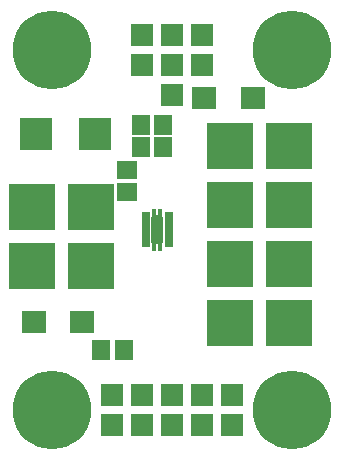
<source format=gbr>
G75*
G70*
%OFA0B0*%
%FSLAX24Y24*%
%IPPOS*%
%LPD*%
%AMOC8*
5,1,8,0,0,1.08239X$1,22.5*
%
%ADD10R,0.0277X0.0190*%
%ADD11R,0.0434X0.0867*%
%ADD12R,0.0178X0.0356*%
%ADD13C,0.0437*%
%ADD14R,0.1580X0.1580*%
%ADD15R,0.0592X0.0671*%
%ADD16R,0.1084X0.1064*%
%ADD17R,0.0671X0.0592*%
%ADD18R,0.0730X0.0730*%
%ADD19C,0.2620*%
%ADD20R,0.0789X0.0749*%
D10*
X005536Y007668D03*
X005536Y007865D03*
X005536Y008062D03*
X005536Y008258D03*
X005536Y008455D03*
X005536Y008652D03*
X006284Y008652D03*
X006284Y008455D03*
X006284Y008258D03*
X006284Y008062D03*
X006284Y007865D03*
X006284Y007668D03*
D11*
X005910Y008160D03*
D12*
X005812Y007629D03*
X006008Y007629D03*
X006008Y008691D03*
X005812Y008691D03*
D13*
X005910Y008436D03*
X005910Y008160D03*
X005910Y007884D03*
D14*
X003691Y006952D03*
X003691Y008921D03*
X001723Y008921D03*
X001723Y006952D03*
X008324Y007015D03*
X008324Y005047D03*
X010292Y005047D03*
X010292Y007015D03*
X010292Y008984D03*
X010292Y010952D03*
X008324Y010952D03*
X008324Y008984D03*
D15*
X006097Y010910D03*
X006097Y011660D03*
X005348Y011660D03*
X005348Y010910D03*
X004784Y004160D03*
X004036Y004160D03*
D16*
X003842Y011348D03*
X001853Y011348D03*
D17*
X004910Y010159D03*
X004910Y009411D03*
D18*
X006410Y012660D03*
X006410Y013660D03*
X006410Y014660D03*
X005410Y014660D03*
X005410Y013660D03*
X007410Y013660D03*
X007410Y014660D03*
X007410Y002660D03*
X007410Y001660D03*
X006410Y001660D03*
X006410Y002660D03*
X005410Y002660D03*
X005410Y001660D03*
X004410Y001660D03*
X004410Y002660D03*
X008410Y002660D03*
X008410Y001660D03*
D19*
X002410Y002160D03*
X010410Y002160D03*
X010410Y014160D03*
X002410Y014160D03*
D20*
X007478Y012535D03*
X009092Y012535D03*
X003405Y005098D03*
X001790Y005098D03*
M02*

</source>
